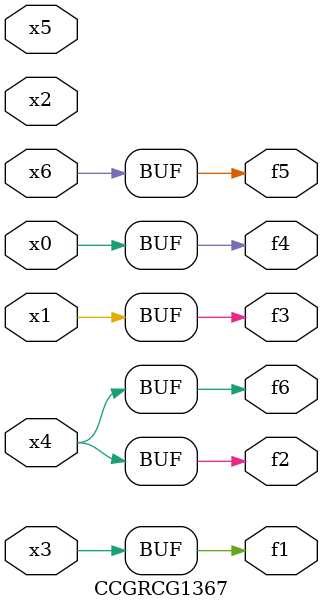
<source format=v>
module CCGRCG1367(
	input x0, x1, x2, x3, x4, x5, x6,
	output f1, f2, f3, f4, f5, f6
);
	assign f1 = x3;
	assign f2 = x4;
	assign f3 = x1;
	assign f4 = x0;
	assign f5 = x6;
	assign f6 = x4;
endmodule

</source>
